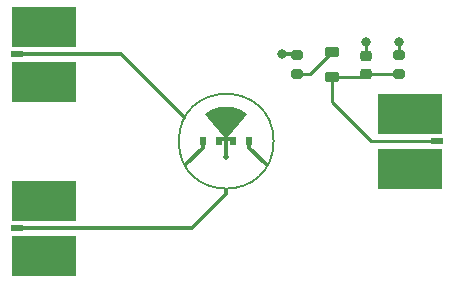
<source format=gbr>
%TF.GenerationSoftware,KiCad,Pcbnew,(6.0.4-0)*%
%TF.CreationDate,2022-03-26T13:16:04-05:00*%
%TF.ProjectId,EE515X_Project_No_Matching,45453531-3558-45f5-9072-6f6a6563745f,rev?*%
%TF.SameCoordinates,Original*%
%TF.FileFunction,Copper,L1,Top*%
%TF.FilePolarity,Positive*%
%FSLAX46Y46*%
G04 Gerber Fmt 4.6, Leading zero omitted, Abs format (unit mm)*
G04 Created by KiCad (PCBNEW (6.0.4-0)) date 2022-03-26 13:16:04*
%MOMM*%
%LPD*%
G01*
G04 APERTURE LIST*
G04 Aperture macros list*
%AMRoundRect*
0 Rectangle with rounded corners*
0 $1 Rounding radius*
0 $2 $3 $4 $5 $6 $7 $8 $9 X,Y pos of 4 corners*
0 Add a 4 corners polygon primitive as box body*
4,1,4,$2,$3,$4,$5,$6,$7,$8,$9,$2,$3,0*
0 Add four circle primitives for the rounded corners*
1,1,$1+$1,$2,$3*
1,1,$1+$1,$4,$5*
1,1,$1+$1,$6,$7*
1,1,$1+$1,$8,$9*
0 Add four rect primitives between the rounded corners*
20,1,$1+$1,$2,$3,$4,$5,0*
20,1,$1+$1,$4,$5,$6,$7,0*
20,1,$1+$1,$6,$7,$8,$9,0*
20,1,$1+$1,$8,$9,$2,$3,0*%
%AMFreePoly0*
4,1,24,0.194016,2.484503,0.387086,2.464210,0.578271,2.430499,0.766638,2.383534,0.951270,2.323543,1.131268,2.250819,1.305755,2.165716,1.473880,2.068649,1.634824,1.960091,1.787804,1.840570,0.171450,-0.085725,-0.171450,-0.085725,-1.787804,1.840570,-1.634824,1.960091,-1.473880,2.068649,-1.305755,2.165716,-1.131268,2.250819,-0.951270,2.323543,-0.766638,2.383534,-0.578271,2.430499,
-0.387086,2.464210,-0.194016,2.484503,0.000000,2.491278,0.194016,2.484503,0.194016,2.484503,$1*%
G04 Aperture macros list end*
%TA.AperFunction,EtchedComponent*%
%ADD10C,0.149860*%
%TD*%
%TA.AperFunction,SMDPad,CuDef*%
%ADD11R,1.016000X0.508000*%
%TD*%
%TA.AperFunction,ComponentPad*%
%ADD12C,0.762000*%
%TD*%
%TA.AperFunction,SMDPad,CuDef*%
%ADD13R,5.537200X3.449320*%
%TD*%
%TA.AperFunction,SMDPad,CuDef*%
%ADD14FreePoly0,0.000000*%
%TD*%
%TA.AperFunction,SMDPad,CuDef*%
%ADD15RoundRect,0.225000X0.250000X-0.225000X0.250000X0.225000X-0.250000X0.225000X-0.250000X-0.225000X0*%
%TD*%
%TA.AperFunction,SMDPad,CuDef*%
%ADD16R,0.600000X0.700000*%
%TD*%
%TA.AperFunction,SMDPad,CuDef*%
%ADD17C,0.149860*%
%TD*%
%TA.AperFunction,SMDPad,CuDef*%
%ADD18RoundRect,0.200000X-0.275000X0.200000X-0.275000X-0.200000X0.275000X-0.200000X0.275000X0.200000X0*%
%TD*%
%TA.AperFunction,SMDPad,CuDef*%
%ADD19RoundRect,0.218750X-0.381250X0.218750X-0.381250X-0.218750X0.381250X-0.218750X0.381250X0.218750X0*%
%TD*%
%TA.AperFunction,ViaPad*%
%ADD20C,0.800000*%
%TD*%
%TA.AperFunction,ViaPad*%
%ADD21C,0.508000*%
%TD*%
%TA.AperFunction,Conductor*%
%ADD22C,0.254000*%
%TD*%
%TA.AperFunction,Conductor*%
%ADD23C,0.312420*%
%TD*%
%TA.AperFunction,Conductor*%
%ADD24C,0.127000*%
%TD*%
G04 APERTURE END LIST*
D10*
%TO.C,HY1*%
X99961700Y-104394000D02*
G75*
G03*
X99961700Y-104394000I-4013200J0D01*
G01*
%TD*%
D11*
%TO.P,J2,1,In*%
%TO.N,/RF*%
X78221688Y-111760000D03*
D12*
%TO.P,J2,2,Ext*%
%TO.N,GND*%
X82158688Y-112826800D03*
X82158688Y-110693200D03*
X80888688Y-110693200D03*
D13*
X80482288Y-114100610D03*
D12*
X79618688Y-110693200D03*
X78348688Y-110693200D03*
X78348688Y-112826800D03*
X80888688Y-112826800D03*
X79618688Y-112826800D03*
D13*
X80482288Y-109419390D03*
%TD*%
D11*
%TO.P,J1,1,In*%
%TO.N,/LO*%
X78232000Y-97028000D03*
D12*
%TO.P,J1,2,Ext*%
%TO.N,GND*%
X82169000Y-98094800D03*
X82169000Y-95961200D03*
X80899000Y-95961200D03*
D13*
X80492600Y-99368610D03*
D12*
X79629000Y-95961200D03*
X78359000Y-95961200D03*
X78359000Y-98094800D03*
X80899000Y-98094800D03*
X79629000Y-98094800D03*
D13*
X80492600Y-94687390D03*
%TD*%
D11*
%TO.P,J3,1,In*%
%TO.N,/IF_FILTERED*%
X113802312Y-104394000D03*
D12*
%TO.P,J3,2,Ext*%
%TO.N,GND*%
X109865312Y-103327200D03*
X109865312Y-105460800D03*
X111135312Y-105460800D03*
D13*
X111541712Y-102053390D03*
D12*
X112405312Y-105460800D03*
X113675312Y-105460800D03*
X113675312Y-103327200D03*
X111135312Y-103327200D03*
X112405312Y-103327200D03*
D13*
X111541712Y-106734610D03*
%TD*%
D14*
%TO.P,ST1,1*%
%TO.N,/IF_UNFILTERED*%
X95948500Y-103962200D03*
%TD*%
D15*
%TO.P,C1,1*%
%TO.N,/IF_FILTERED*%
X107823000Y-98692000D03*
%TO.P,C1,2*%
%TO.N,GND*%
X107823000Y-97142000D03*
%TD*%
D16*
%TO.P,D2,1,K*%
%TO.N,/DIFF*%
X97918500Y-104394000D03*
%TO.P,D2,2,A*%
%TO.N,/IF_UNFILTERED*%
X96518500Y-104394000D03*
%TD*%
D17*
%TO.P,HY1,1,In1*%
%TO.N,/LO*%
X92472967Y-102387400D03*
%TO.P,HY1,2,Sum*%
%TO.N,/SUM*%
X92472967Y-106400600D03*
%TO.P,HY1,3,In2*%
%TO.N,/RF*%
X95948500Y-108407200D03*
%TO.P,HY1,4,Diff*%
%TO.N,/DIFF*%
X99424033Y-106400600D03*
%TD*%
D18*
%TO.P,R1,1*%
%TO.N,/IF_UNFILTERED*%
X101985668Y-97092000D03*
%TO.P,R1,2*%
%TO.N,Net-(L1-Pad1)*%
X101985668Y-98742000D03*
%TD*%
%TO.P,R2,1*%
%TO.N,GND*%
X110621668Y-97092000D03*
%TO.P,R2,2*%
%TO.N,/IF_FILTERED*%
X110621668Y-98742000D03*
%TD*%
D16*
%TO.P,D1,1,K*%
%TO.N,/IF_UNFILTERED*%
X95378500Y-104394000D03*
%TO.P,D1,2,A*%
%TO.N,/SUM*%
X93978500Y-104394000D03*
%TD*%
D19*
%TO.P,L1,1,1*%
%TO.N,Net-(L1-Pad1)*%
X104904334Y-96854500D03*
%TO.P,L1,2,2*%
%TO.N,/IF_FILTERED*%
X104904334Y-98979500D03*
%TD*%
D20*
%TO.N,GND*%
X110621668Y-96012000D03*
X107827668Y-96012000D03*
%TO.N,/IF_UNFILTERED*%
X100711000Y-97028000D03*
D21*
X95935800Y-105740200D03*
%TD*%
D22*
%TO.N,/IF_FILTERED*%
X107873000Y-98742000D02*
X107823000Y-98692000D01*
X113675300Y-104394000D02*
X108204000Y-104394000D01*
X104904334Y-101094334D02*
X104904334Y-98979500D01*
X104904334Y-98979500D02*
X107535500Y-98979500D01*
X108204000Y-104394000D02*
X104904334Y-101094334D01*
X107535500Y-98979500D02*
X107823000Y-98692000D01*
X110621668Y-98742000D02*
X107873000Y-98742000D01*
%TO.N,GND*%
X107823000Y-96016668D02*
X107827668Y-96012000D01*
X110621668Y-97092000D02*
X110621668Y-96012000D01*
X107823000Y-97142000D02*
X107823000Y-96016668D01*
D23*
%TO.N,/IF_UNFILTERED*%
X95378500Y-104343351D02*
X95522720Y-104199131D01*
X95935800Y-105740200D02*
X95935800Y-104270962D01*
X95948500Y-103962200D02*
X95948500Y-104140000D01*
X95948500Y-104140000D02*
X96007631Y-104199131D01*
X96323631Y-104199131D02*
X96518500Y-104394000D01*
X96007631Y-104199131D02*
X96323631Y-104199131D01*
X101921668Y-97028000D02*
X101985668Y-97092000D01*
X96518500Y-104394000D02*
X96518500Y-104292634D01*
X95522720Y-104199131D02*
X96007631Y-104199131D01*
X95378500Y-104394000D02*
X95378500Y-104343351D01*
X100711000Y-97028000D02*
X101921668Y-97028000D01*
X95935800Y-104270962D02*
X96007631Y-104199131D01*
%TO.N,/SUM*%
X93978500Y-104925724D02*
X93978500Y-104394000D01*
X92543583Y-106360641D02*
X93978500Y-104925724D01*
D24*
X92472967Y-106400600D02*
X92503624Y-106400600D01*
X92503624Y-106400600D02*
X92543583Y-106360641D01*
D23*
%TO.N,/DIFF*%
X97918500Y-104926915D02*
X97918500Y-104394000D01*
X99352970Y-106361385D02*
X97918500Y-104926915D01*
D24*
X99384818Y-106361385D02*
X99424033Y-106400600D01*
X99352970Y-106361385D02*
X99384818Y-106361385D01*
D23*
%TO.N,/RF*%
X93091000Y-111760000D02*
X95948223Y-108902777D01*
D24*
X95948223Y-108407477D02*
X95948500Y-108407200D01*
X95948223Y-108488494D02*
X95948223Y-108407477D01*
D23*
X78221700Y-111760000D02*
X93091000Y-111760000D01*
X95948223Y-108902777D02*
X95948223Y-108488494D01*
D24*
%TO.N,/LO*%
X92472967Y-102387400D02*
X92444477Y-102387400D01*
X92444477Y-102387400D02*
X92402580Y-102345503D01*
D23*
X87085077Y-97028000D02*
X92402580Y-102345503D01*
X78232000Y-97028000D02*
X87085077Y-97028000D01*
D22*
%TO.N,Net-(L1-Pad1)*%
X103016834Y-98742000D02*
X104904334Y-96854500D01*
X101985668Y-98742000D02*
X103016834Y-98742000D01*
%TD*%
M02*

</source>
